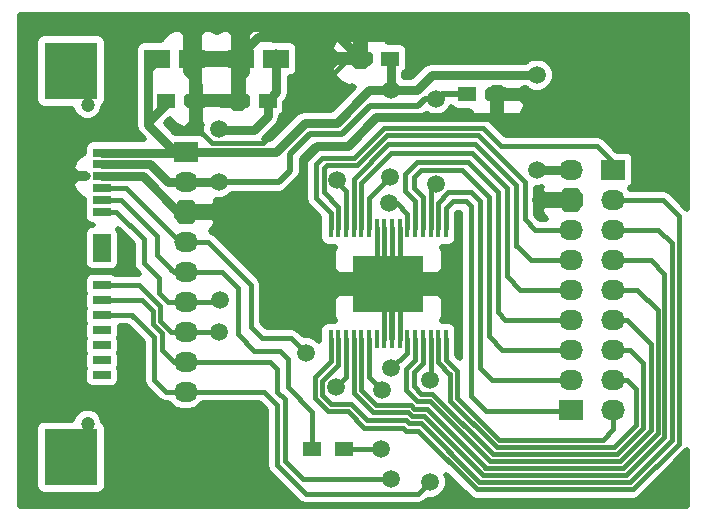
<source format=gbr>
G04 #@! TF.FileFunction,Copper,L1,Top,Signal*
%FSLAX46Y46*%
G04 Gerber Fmt 4.6, Leading zero omitted, Abs format (unit mm)*
G04 Created by KiCad (PCBNEW 4.0.6-e0-6349~53~ubuntu14.04.1) date Fri Oct 20 08:59:59 2017*
%MOMM*%
%LPD*%
G01*
G04 APERTURE LIST*
%ADD10C,0.100000*%
%ADD11R,0.431800X1.600200*%
%ADD12R,5.892800X4.800600*%
%ADD13R,2.200000X1.600000*%
%ADD14R,1.500000X1.250000*%
%ADD15R,1.500000X2.400000*%
%ADD16R,1.500000X0.700000*%
%ADD17C,1.200000*%
%ADD18R,4.500000X4.850000*%
%ADD19R,2.032000X1.727200*%
%ADD20O,2.032000X1.727200*%
%ADD21R,1.500000X1.300000*%
%ADD22C,1.500000*%
%ADD23C,0.381000*%
%ADD24C,0.762000*%
%ADD25C,0.508000*%
%ADD26C,0.635000*%
%ADD27C,0.250000*%
%ADD28C,0.500000*%
G04 APERTURE END LIST*
D10*
D11*
X128320800Y-97282000D03*
X127660400Y-97282000D03*
X127025400Y-97282000D03*
X126365000Y-97282000D03*
X125730000Y-97282000D03*
X125069600Y-97282000D03*
X124409200Y-97282000D03*
X123774200Y-97282000D03*
X123113800Y-97282000D03*
X122478800Y-97282000D03*
X121818400Y-97282000D03*
X121158000Y-97282000D03*
X120523000Y-97282000D03*
X119862600Y-97282000D03*
X119227600Y-97282000D03*
X118567200Y-97282000D03*
X118567200Y-106680000D03*
X119227600Y-106680000D03*
X119862600Y-106680000D03*
X120523000Y-106680000D03*
X121158000Y-106680000D03*
X121818400Y-106680000D03*
X122478800Y-106680000D03*
X123113800Y-106680000D03*
X123774200Y-106680000D03*
X124409200Y-106680000D03*
X125069600Y-106680000D03*
X125730000Y-106680000D03*
X126365000Y-106680000D03*
X127025400Y-106680000D03*
X127660400Y-106680000D03*
X128320800Y-106680000D03*
D12*
X123444000Y-101981000D03*
D13*
X106865000Y-82925000D03*
X103865000Y-82925000D03*
D14*
X104670000Y-86450000D03*
X107170000Y-86450000D03*
D13*
X110977000Y-82925000D03*
X113977000Y-82925000D03*
D14*
X113230000Y-86500000D03*
X110730000Y-86500000D03*
X130150000Y-85920000D03*
X132650000Y-85920000D03*
D15*
X99187000Y-98933000D03*
D16*
X99187000Y-108423000D03*
X99187000Y-107153000D03*
X99187000Y-109693000D03*
X99187000Y-105883000D03*
X99187000Y-104613000D03*
X99187000Y-103343000D03*
X99187000Y-102073000D03*
X99187000Y-95863000D03*
X99187000Y-94863000D03*
X99187000Y-93863000D03*
X99187000Y-92863000D03*
X99187000Y-91863000D03*
X99187000Y-90863000D03*
D17*
X97987000Y-113813000D03*
X97987000Y-86813000D03*
D18*
X96587000Y-116663000D03*
X96587000Y-83963000D03*
D19*
X138938000Y-112649000D03*
D20*
X138938000Y-110109000D03*
X138938000Y-107569000D03*
X138938000Y-105029000D03*
X138938000Y-102489000D03*
X138938000Y-99949000D03*
X138938000Y-97409000D03*
X138938000Y-94869000D03*
X138938000Y-92329000D03*
D19*
X142494000Y-92329000D03*
D20*
X142494000Y-94869000D03*
X142494000Y-97409000D03*
X142494000Y-99949000D03*
X142494000Y-102489000D03*
X142494000Y-105029000D03*
X142494000Y-107569000D03*
X142494000Y-110109000D03*
X142494000Y-112649000D03*
D21*
X119714000Y-115951000D03*
X117014000Y-115951000D03*
D14*
X123630000Y-82900000D03*
X121130000Y-82900000D03*
D19*
X106299000Y-90805000D03*
D20*
X106299000Y-93345000D03*
X106299000Y-95885000D03*
X106299000Y-98425000D03*
X106299000Y-100965000D03*
X106299000Y-103505000D03*
X106299000Y-106045000D03*
X106299000Y-108585000D03*
X106299000Y-111125000D03*
D22*
X136440000Y-87780000D03*
X136400000Y-94870000D03*
X136070000Y-84290000D03*
X123660000Y-85550000D03*
X123530000Y-95140000D03*
X136017000Y-92329000D03*
X109110000Y-88880000D03*
X109110000Y-93345000D03*
X127460000Y-86310000D03*
X127450000Y-93540000D03*
X127000000Y-118745000D03*
X127000000Y-110109000D03*
X123698000Y-109093000D03*
X123698000Y-118491000D03*
X109220000Y-103378000D03*
X123571000Y-92964000D03*
X116459000Y-107823000D03*
X118999000Y-110744000D03*
X122936000Y-110998000D03*
X122809000Y-115951000D03*
X119126000Y-93218000D03*
X109093000Y-106045000D03*
D23*
X121130000Y-82900000D02*
X120000000Y-82900000D01*
X107170000Y-88670000D02*
X107170000Y-86450000D01*
X108533498Y-90033498D02*
X107170000Y-88670000D01*
X112866502Y-90033498D02*
X108533498Y-90033498D01*
X120000000Y-82900000D02*
X112866502Y-90033498D01*
X121130000Y-82900000D02*
X121120000Y-82900000D01*
D24*
X121120000Y-82900000D02*
X119250000Y-81030000D01*
X110977000Y-82925000D02*
X110977000Y-82483000D01*
X110977000Y-82483000D02*
X112430000Y-81030000D01*
X136610000Y-87780000D02*
X137880000Y-86510000D01*
X137880000Y-86510000D02*
X137880000Y-83730000D01*
X137880000Y-83730000D02*
X136850000Y-82700000D01*
X136850000Y-82700000D02*
X127710000Y-82700000D01*
X127710000Y-82700000D02*
X126040000Y-81030000D01*
X136440000Y-87780000D02*
X136610000Y-87780000D01*
X112430000Y-81030000D02*
X119250000Y-81030000D01*
X119250000Y-81030000D02*
X126040000Y-81030000D01*
X107170000Y-86450000D02*
X107170000Y-83230000D01*
X107170000Y-83230000D02*
X106865000Y-82925000D01*
X110977000Y-82925000D02*
X110977000Y-86253000D01*
X110977000Y-86253000D02*
X110730000Y-86500000D01*
X107170000Y-86450000D02*
X110680000Y-86450000D01*
X110680000Y-86450000D02*
X110730000Y-86500000D01*
D25*
X132650000Y-85920000D02*
X134580000Y-85920000D01*
X134580000Y-85920000D02*
X136440000Y-87780000D01*
D24*
X126490000Y-87820000D02*
X136400000Y-87820000D01*
X115400000Y-95600000D02*
X116210000Y-94790000D01*
X116210000Y-94790000D02*
X116210000Y-91470000D01*
X116210000Y-91470000D02*
X117420000Y-90260000D01*
X117420000Y-90260000D02*
X120010000Y-90260000D01*
X120010000Y-90260000D02*
X122450000Y-87820000D01*
X122450000Y-87820000D02*
X126490000Y-87820000D01*
X115400000Y-95885000D02*
X115400000Y-95600000D01*
X136400000Y-87820000D02*
X136440000Y-87780000D01*
X138938000Y-94869000D02*
X136401000Y-94869000D01*
X136401000Y-94869000D02*
X136400000Y-94870000D01*
X106299000Y-95885000D02*
X115400000Y-95885000D01*
X115400000Y-95885000D02*
X115443000Y-95885000D01*
X99187000Y-92863000D02*
X102642000Y-92863000D01*
X102642000Y-92863000D02*
X105664000Y-95885000D01*
X105664000Y-95885000D02*
X106299000Y-95885000D01*
X110977000Y-82925000D02*
X110977000Y-82647000D01*
X106865000Y-82925000D02*
X110977000Y-82925000D01*
D26*
X115443000Y-95885000D02*
X117294002Y-97736002D01*
X118745000Y-101981000D02*
X123444000Y-101981000D01*
X117294002Y-100530002D02*
X118745000Y-101981000D01*
X117294002Y-97736002D02*
X117294002Y-100530002D01*
X115316000Y-95885000D02*
X115443000Y-95885000D01*
D23*
X123113800Y-106680000D02*
X123113800Y-102311200D01*
X123113800Y-102311200D02*
X123444000Y-101981000D01*
X124409200Y-106680000D02*
X124409200Y-102946200D01*
X124409200Y-102946200D02*
X123444000Y-101981000D01*
D25*
X123774200Y-106680000D02*
X123774200Y-102311200D01*
X123774200Y-102311200D02*
X123444000Y-101981000D01*
D23*
X124409200Y-97282000D02*
X124409200Y-101015800D01*
X124409200Y-101015800D02*
X123444000Y-101981000D01*
X123774200Y-97282000D02*
X123774200Y-101650800D01*
X123774200Y-101650800D02*
X123444000Y-101981000D01*
X123113800Y-97282000D02*
X123113800Y-101650800D01*
X123113800Y-101650800D02*
X123444000Y-101981000D01*
X122478800Y-97282000D02*
X122478800Y-101015800D01*
X122478800Y-101015800D02*
X123444000Y-101981000D01*
D24*
X122936000Y-101473000D02*
X123444000Y-101981000D01*
D23*
X122936000Y-101473000D02*
X123444000Y-101981000D01*
D24*
X104670000Y-86450000D02*
X104670000Y-86720000D01*
X104670000Y-86720000D02*
X103130000Y-88260000D01*
X103865000Y-82925000D02*
X103865000Y-83055000D01*
X103865000Y-83055000D02*
X103130000Y-83790000D01*
X103130000Y-83790000D02*
X103130000Y-88260000D01*
X103130000Y-88260000D02*
X103130000Y-88490000D01*
X103130000Y-88490000D02*
X105503000Y-90863000D01*
X105503000Y-90863000D02*
X106299000Y-90805000D01*
X123660000Y-85550000D02*
X123660000Y-82930000D01*
X123660000Y-82930000D02*
X123630000Y-82900000D01*
X123660000Y-85550000D02*
X125870000Y-85550000D01*
X127130000Y-84290000D02*
X136070000Y-84290000D01*
X125870000Y-85550000D02*
X127130000Y-84290000D01*
X121510000Y-85920000D02*
X121510000Y-85890000D01*
X113935000Y-90805000D02*
X116390000Y-88350000D01*
X116390000Y-88350000D02*
X119080000Y-88350000D01*
X119080000Y-88350000D02*
X121510000Y-85920000D01*
X106299000Y-90805000D02*
X113935000Y-90805000D01*
X121850000Y-85550000D02*
X123660000Y-85550000D01*
X121510000Y-85890000D02*
X121850000Y-85550000D01*
X123660000Y-85550000D02*
X123660000Y-85500000D01*
D23*
X125069600Y-97282000D02*
X125069600Y-96029600D01*
X123550000Y-95160000D02*
X123530000Y-95140000D01*
X124200000Y-95160000D02*
X123550000Y-95160000D01*
X125069600Y-96029600D02*
X124200000Y-95160000D01*
D24*
X99187000Y-90863000D02*
X106241000Y-90863000D01*
X106241000Y-90863000D02*
X106299000Y-90805000D01*
X138938000Y-92329000D02*
X136017000Y-92329000D01*
D26*
X106241000Y-90863000D02*
X106299000Y-90805000D01*
D24*
X113230000Y-86500000D02*
X113230000Y-87790000D01*
X113230000Y-87790000D02*
X112110000Y-88910000D01*
X113977000Y-82925000D02*
X113977000Y-85753000D01*
X113977000Y-85753000D02*
X113230000Y-86500000D01*
X113977000Y-82925000D02*
X114085000Y-82925000D01*
X112110000Y-88910000D02*
X109140000Y-88910000D01*
X109140000Y-88910000D02*
X109110000Y-88880000D01*
D25*
X127460000Y-86310000D02*
X126570000Y-86310000D01*
X114165000Y-93345000D02*
X115110000Y-92400000D01*
X115110000Y-92400000D02*
X115110000Y-91010000D01*
X115110000Y-91010000D02*
X116820000Y-89300000D01*
X116820000Y-89300000D02*
X119530000Y-89300000D01*
X119530000Y-89300000D02*
X121910000Y-86920000D01*
X114165000Y-93345000D02*
X110871000Y-93345000D01*
X125960000Y-86920000D02*
X121910000Y-86920000D01*
X126570000Y-86310000D02*
X125960000Y-86920000D01*
X127460000Y-86310000D02*
X127590000Y-86310000D01*
X127590000Y-86310000D02*
X127980000Y-85920000D01*
X127980000Y-85920000D02*
X130150000Y-85920000D01*
D23*
X127025400Y-93964600D02*
X127025400Y-97282000D01*
X127025400Y-93964600D02*
X127450000Y-93540000D01*
D24*
X99187000Y-91863000D02*
X103293000Y-91863000D01*
X104775000Y-93345000D02*
X106299000Y-93345000D01*
X103293000Y-91863000D02*
X104775000Y-93345000D01*
D25*
X113977000Y-82925000D02*
X113977000Y-82314000D01*
X113977000Y-82314000D02*
X114461000Y-82798000D01*
D24*
X106299000Y-93345000D02*
X109110000Y-93345000D01*
D25*
X109110000Y-93345000D02*
X110871000Y-93345000D01*
D23*
X111633000Y-111125000D02*
X112903000Y-111125000D01*
X114046000Y-113411000D02*
X114046000Y-117348000D01*
X114046000Y-117348000D02*
X116459000Y-119761000D01*
X116459000Y-119761000D02*
X125984000Y-119761000D01*
X125984000Y-119761000D02*
X127000000Y-118745000D01*
X114046000Y-112268000D02*
X114046000Y-113411000D01*
X112903000Y-111125000D02*
X114046000Y-112268000D01*
X99187000Y-104613000D02*
X101745998Y-104613000D01*
X101745998Y-104613000D02*
X101854000Y-104721002D01*
X101854000Y-104721002D02*
X101854000Y-104775000D01*
X101854000Y-104775000D02*
X101854000Y-104721002D01*
X104648000Y-111125000D02*
X106299000Y-111125000D01*
X103632000Y-110109000D02*
X104648000Y-111125000D01*
X103632000Y-106499002D02*
X103632000Y-110109000D01*
X101745998Y-104613000D02*
X101854000Y-104721002D01*
X101854000Y-104721002D02*
X103632000Y-106499002D01*
X106299000Y-111125000D02*
X111633000Y-111125000D01*
X111633000Y-111125000D02*
X111760000Y-111125000D01*
X127025400Y-106680000D02*
X127025400Y-110083600D01*
X127025400Y-110083600D02*
X127000000Y-110109000D01*
D27*
X127025400Y-110083600D02*
X127000000Y-110109000D01*
D23*
X114681000Y-113157000D02*
X114681000Y-111760000D01*
X125069600Y-107848400D02*
X123698000Y-109093000D01*
X125069600Y-106680000D02*
X125069600Y-107848400D01*
X116205000Y-118491000D02*
X123698000Y-118491000D01*
X114681000Y-116967000D02*
X116205000Y-118491000D01*
X114681000Y-113157000D02*
X114681000Y-116967000D01*
X113411000Y-108585000D02*
X106299000Y-108585000D01*
X114046000Y-109220000D02*
X113411000Y-108585000D01*
X114046000Y-111125000D02*
X114046000Y-109220000D01*
X114681000Y-111760000D02*
X114046000Y-111125000D01*
X99187000Y-103343000D02*
X102581000Y-103343000D01*
X102581000Y-103343000D02*
X103505000Y-104267000D01*
X103505000Y-104267000D02*
X103505000Y-105410000D01*
X103505000Y-105410000D02*
X104267000Y-106172000D01*
X104267000Y-106172000D02*
X104267000Y-107569000D01*
X104267000Y-107569000D02*
X105283000Y-108585000D01*
X105283000Y-108585000D02*
X106299000Y-108585000D01*
X99187000Y-95863000D02*
X100435000Y-95863000D01*
X104775000Y-103505000D02*
X106299000Y-103505000D01*
X104013000Y-102743000D02*
X104775000Y-103505000D01*
X104013000Y-101473000D02*
X104013000Y-102743000D01*
X102743000Y-100203000D02*
X104013000Y-101473000D01*
X102743000Y-98171000D02*
X102743000Y-100203000D01*
X100435000Y-95863000D02*
X102743000Y-98171000D01*
X106299000Y-103505000D02*
X109220000Y-103505000D01*
X109220000Y-103505000D02*
X109220000Y-103378000D01*
X121818400Y-97282000D02*
X121818400Y-94716600D01*
X121818400Y-94716600D02*
X123571000Y-92964000D01*
X106299000Y-100965000D02*
X109375000Y-100965000D01*
X117014000Y-112823000D02*
X114935000Y-110744000D01*
X117014000Y-112823000D02*
X117014000Y-115951000D01*
X114935000Y-108305000D02*
X114935000Y-110744000D01*
X114250000Y-107620000D02*
X114935000Y-108305000D01*
X112090000Y-107620000D02*
X114250000Y-107620000D01*
X110700000Y-106230000D02*
X112090000Y-107620000D01*
X110700000Y-102290000D02*
X110700000Y-106230000D01*
X109375000Y-100965000D02*
X110700000Y-102290000D01*
X106299000Y-100965000D02*
X105283000Y-100965000D01*
X105283000Y-100965000D02*
X105156000Y-100838000D01*
X105029000Y-100838000D02*
X105029000Y-100711000D01*
X105156000Y-100838000D02*
X105029000Y-100838000D01*
X99187000Y-94863000D02*
X100832000Y-94863000D01*
X103886000Y-99568000D02*
X105029000Y-100711000D01*
X105029000Y-100711000D02*
X105283000Y-100965000D01*
X103886000Y-97917000D02*
X103886000Y-99568000D01*
X100832000Y-94863000D02*
X103886000Y-97917000D01*
X106299000Y-98425000D02*
X108205000Y-98425000D01*
X115176000Y-106540000D02*
X116459000Y-107823000D01*
X112770000Y-106540000D02*
X115176000Y-106540000D01*
X111840000Y-105610000D02*
X112770000Y-106540000D01*
X111840000Y-102060000D02*
X111840000Y-105610000D01*
X108205000Y-98425000D02*
X111840000Y-102060000D01*
X99187000Y-93863000D02*
X101229000Y-93863000D01*
X101229000Y-93863000D02*
X105791000Y-98425000D01*
D26*
X105791000Y-98425000D02*
X106299000Y-98425000D01*
D23*
X119862600Y-106680000D02*
X119862600Y-109880400D01*
X119862600Y-109880400D02*
X118999000Y-110744000D01*
X116459000Y-107823000D02*
X116586000Y-107696000D01*
X121818400Y-109880400D02*
X122936000Y-110998000D01*
X121818400Y-106680000D02*
X121818400Y-109880400D01*
X122809000Y-115951000D02*
X119714000Y-115951000D01*
X130429000Y-111506000D02*
X131699000Y-112776000D01*
X128320800Y-95580200D02*
X128905000Y-94996000D01*
X128905000Y-94996000D02*
X130048000Y-94996000D01*
X130048000Y-94996000D02*
X130429000Y-95377000D01*
X130429000Y-95377000D02*
X130429000Y-111506000D01*
X128320800Y-97282000D02*
X128320800Y-95580200D01*
X131699000Y-112776000D02*
X138811000Y-112776000D01*
X138811000Y-112776000D02*
X138938000Y-112649000D01*
X131191000Y-108966000D02*
X131191000Y-109093000D01*
X131191000Y-109093000D02*
X132207000Y-110109000D01*
X132207000Y-110109000D02*
X138938000Y-110109000D01*
X127660400Y-97282000D02*
X127660400Y-95097600D01*
X130429000Y-94234000D02*
X131191000Y-94996000D01*
X131191000Y-94996000D02*
X131191000Y-108966000D01*
X130429000Y-94234000D02*
X128524000Y-94234000D01*
X127660400Y-95097600D02*
X128524000Y-94234000D01*
X131953000Y-105791000D02*
X131953000Y-106426000D01*
X126365000Y-94615000D02*
X125603000Y-93853000D01*
X125603000Y-93853000D02*
X125603000Y-92964000D01*
X125603000Y-92964000D02*
X126238000Y-92329000D01*
X126238000Y-92329000D02*
X129667000Y-92329000D01*
X129667000Y-92329000D02*
X130810000Y-93472000D01*
X130810000Y-93472000D02*
X131953000Y-94615000D01*
X131953000Y-94615000D02*
X131953000Y-105791000D01*
X126365000Y-97282000D02*
X126365000Y-94615000D01*
X133096000Y-107569000D02*
X138938000Y-107569000D01*
X131953000Y-106426000D02*
X133096000Y-107569000D01*
X132715000Y-104013000D02*
X132715000Y-104394000D01*
X131699000Y-93218000D02*
X132715000Y-94234000D01*
X132715000Y-94234000D02*
X132715000Y-104013000D01*
X133350000Y-105029000D02*
X138938000Y-105029000D01*
X132715000Y-104394000D02*
X133350000Y-105029000D01*
X125730000Y-97282000D02*
X125730000Y-94996000D01*
X130175000Y-91694000D02*
X131699000Y-93218000D01*
X125857000Y-91694000D02*
X130175000Y-91694000D01*
X124841000Y-92710000D02*
X125857000Y-91694000D01*
X124841000Y-94107000D02*
X124841000Y-92710000D01*
X125730000Y-94996000D02*
X124841000Y-94107000D01*
X131191000Y-92710000D02*
X131699000Y-93218000D01*
X133477000Y-101219000D02*
X133477000Y-101346000D01*
X133477000Y-93853000D02*
X133477000Y-101219000D01*
X131699000Y-92075000D02*
X133477000Y-93853000D01*
X131826000Y-92202000D02*
X131699000Y-92075000D01*
X134620000Y-102489000D02*
X138938000Y-102489000D01*
X133477000Y-101346000D02*
X134620000Y-102489000D01*
X131826000Y-92202000D02*
X130556000Y-90932000D01*
X130556000Y-90932000D02*
X126238000Y-90932000D01*
X126238000Y-90932000D02*
X125603000Y-90932000D01*
X131572000Y-91948000D02*
X131826000Y-92202000D01*
X123698000Y-90932000D02*
X126238000Y-90932000D01*
X121158000Y-93472000D02*
X123698000Y-90932000D01*
X121158000Y-97282000D02*
X121158000Y-93472000D01*
X134239000Y-98806000D02*
X134366000Y-98806000D01*
X135509000Y-99949000D02*
X138938000Y-99949000D01*
X134366000Y-98806000D02*
X135509000Y-99949000D01*
X132207000Y-91567000D02*
X130810000Y-90170000D01*
X130810000Y-90170000D02*
X125984000Y-90170000D01*
X125984000Y-90170000D02*
X125543340Y-90170000D01*
X131826000Y-91186000D02*
X132207000Y-91567000D01*
X132207000Y-91567000D02*
X134239000Y-93599000D01*
X134239000Y-93599000D02*
X134239000Y-98806000D01*
X134239000Y-98806000D02*
X134239000Y-98679000D01*
X123444000Y-90170000D02*
X125984000Y-90170000D01*
X120523000Y-93091000D02*
X123444000Y-90170000D01*
X120523000Y-97282000D02*
X120523000Y-93091000D01*
X138938000Y-97409000D02*
X135890000Y-97409000D01*
X135001000Y-96520000D02*
X135001000Y-93345000D01*
X134874000Y-93218000D02*
X131064000Y-89408000D01*
X131064000Y-89408000D02*
X125476000Y-89408000D01*
X135001000Y-93345000D02*
X134874000Y-93218000D01*
X135890000Y-97409000D02*
X135001000Y-96520000D01*
X119227600Y-97282000D02*
X119227600Y-95478600D01*
X123317000Y-89408000D02*
X125476000Y-89408000D01*
X120777000Y-91948000D02*
X123317000Y-89408000D01*
X118237000Y-91948000D02*
X120777000Y-91948000D01*
X117983000Y-92202000D02*
X118237000Y-91948000D01*
X117983000Y-94234000D02*
X117983000Y-92202000D01*
X119227600Y-95478600D02*
X117983000Y-94234000D01*
X125476000Y-89408000D02*
X125222000Y-89408000D01*
X133028660Y-90297000D02*
X141097000Y-90297000D01*
X118567200Y-95961200D02*
X117348000Y-94742000D01*
X117348000Y-94742000D02*
X117348000Y-91821000D01*
X117348000Y-91821000D02*
X117856000Y-91313000D01*
X117856000Y-91313000D02*
X120523000Y-91313000D01*
X120523000Y-91313000D02*
X123063000Y-88773000D01*
X123063000Y-88773000D02*
X124968000Y-88773000D01*
X131504660Y-88773000D02*
X133028660Y-90297000D01*
X124968000Y-88773000D02*
X131504660Y-88773000D01*
X118567200Y-97282000D02*
X118567200Y-95961200D01*
X141097000Y-90297000D02*
X142494000Y-91694000D01*
X142494000Y-91694000D02*
X142494000Y-92329000D01*
X131180000Y-119380000D02*
X130956998Y-119380000D01*
X121412000Y-114173000D02*
X124660002Y-114173000D01*
X124660002Y-114173000D02*
X124914002Y-114427000D01*
X118567200Y-108508800D02*
X118567200Y-106680000D01*
X118364000Y-112776000D02*
X120015000Y-112776000D01*
X117221000Y-111633000D02*
X118364000Y-112776000D01*
X117221000Y-109855000D02*
X117221000Y-111633000D01*
X118567200Y-108508800D02*
X117221000Y-109855000D01*
X120015000Y-112776000D02*
X121412000Y-114173000D01*
X126003998Y-114427000D02*
X124914002Y-114427000D01*
X130956998Y-119380000D02*
X126003998Y-114427000D01*
X146685000Y-94869000D02*
X142494000Y-94869000D01*
X148028002Y-96212002D02*
X146685000Y-94869000D01*
X148028002Y-115496998D02*
X148028002Y-96212002D01*
X144145000Y-119380000D02*
X148028002Y-115496998D01*
X131004340Y-119380000D02*
X131180000Y-119380000D01*
X131180000Y-119380000D02*
X144145000Y-119380000D01*
X131191000Y-118745000D02*
X131155000Y-118745000D01*
X124975680Y-113538000D02*
X125229680Y-113792000D01*
X131191000Y-118745000D02*
X143891000Y-118745000D01*
X143891000Y-118745000D02*
X147447000Y-115189000D01*
X147447000Y-115189000D02*
X147447000Y-98552000D01*
X147447000Y-98552000D02*
X146304000Y-97409000D01*
X142494000Y-97409000D02*
X146304000Y-97409000D01*
X124975680Y-113538000D02*
X124460000Y-113538000D01*
X126202000Y-113792000D02*
X125229680Y-113792000D01*
X131155000Y-118745000D02*
X126202000Y-113792000D01*
X117856000Y-110236000D02*
X119227600Y-108864400D01*
X119227600Y-106680000D02*
X119227600Y-108864400D01*
X118618000Y-112141000D02*
X117856000Y-111379000D01*
X117856000Y-111379000D02*
X117856000Y-110236000D01*
X121666000Y-113538000D02*
X124460000Y-113538000D01*
X124460000Y-113538000D02*
X124587000Y-113538000D01*
X120269000Y-112141000D02*
X121666000Y-113538000D01*
X120269000Y-112141000D02*
X118618000Y-112141000D01*
X125422002Y-113162662D02*
X126445682Y-113162662D01*
X120523000Y-111184660D02*
X122187342Y-112849002D01*
X122187342Y-112849002D02*
X125108342Y-112849002D01*
X125108342Y-112849002D02*
X125422002Y-113162662D01*
X120523000Y-106680000D02*
X120523000Y-111184660D01*
X126445682Y-113162662D02*
X131431028Y-118148008D01*
X131431028Y-118148008D02*
X131431028Y-118163998D01*
X131431028Y-118163998D02*
X131431028Y-118148008D01*
X145669000Y-99949000D02*
X142494000Y-99949000D01*
X146831004Y-101111004D02*
X145669000Y-99949000D01*
X146831004Y-114915996D02*
X146831004Y-101111004D01*
X143598992Y-118148008D02*
X146831004Y-114915996D01*
X131431028Y-118148008D02*
X131431028Y-118148008D01*
X131431028Y-118148008D02*
X143598992Y-118148008D01*
X126686340Y-112581660D02*
X126751660Y-112581660D01*
X125349000Y-112268000D02*
X125662660Y-112581660D01*
X125662660Y-112581660D02*
X126686340Y-112581660D01*
X121158000Y-106680000D02*
X121158000Y-110998000D01*
X121158000Y-110998000D02*
X122428000Y-112268000D01*
X122428000Y-112268000D02*
X125222000Y-112268000D01*
X125222000Y-112268000D02*
X125349000Y-112268000D01*
X126751660Y-112581660D02*
X131737006Y-117567006D01*
X144526000Y-102489000D02*
X142494000Y-102489000D01*
X146250002Y-104213002D02*
X144526000Y-102489000D01*
X146250002Y-114600318D02*
X146250002Y-104213002D01*
X143283314Y-117567006D02*
X146250002Y-114600318D01*
X131671686Y-117567006D02*
X131737006Y-117567006D01*
X131737006Y-117567006D02*
X143283314Y-117567006D01*
X126813340Y-111887000D02*
X126947000Y-111887000D01*
X124968000Y-109220000D02*
X124968000Y-110998000D01*
X124968000Y-110998000D02*
X125857000Y-111887000D01*
X125857000Y-111887000D02*
X126813340Y-111887000D01*
X125730000Y-106680000D02*
X125730000Y-108458000D01*
X125730000Y-108458000D02*
X124968000Y-109220000D01*
X126947000Y-111887000D02*
X132046004Y-116986004D01*
X143637000Y-105029000D02*
X142494000Y-105029000D01*
X145669000Y-107061000D02*
X143637000Y-105029000D01*
X145669000Y-114359660D02*
X145669000Y-107061000D01*
X143042656Y-116986004D02*
X145669000Y-114359660D01*
X132046004Y-116986004D02*
X143042656Y-116986004D01*
X125603000Y-110617000D02*
X125603000Y-110633000D01*
X126365000Y-106680000D02*
X126365000Y-108712000D01*
X125603000Y-109474000D02*
X125603000Y-110617000D01*
X126365000Y-108712000D02*
X125603000Y-109474000D01*
X127190000Y-111290000D02*
X132305002Y-116405002D01*
X126260000Y-111290000D02*
X127190000Y-111290000D01*
X125603000Y-110633000D02*
X126260000Y-111290000D01*
X143891000Y-107569000D02*
X142494000Y-107569000D01*
X145034000Y-108712000D02*
X143891000Y-107569000D01*
X145034000Y-114173000D02*
X145034000Y-108712000D01*
X142801998Y-116405002D02*
X145034000Y-114173000D01*
X132305002Y-116405002D02*
X142801998Y-116405002D01*
X144399000Y-113880000D02*
X144399000Y-113945000D01*
X128704998Y-109601000D02*
X128704998Y-109654998D01*
X128704998Y-111914998D02*
X128704998Y-109601000D01*
X132614000Y-115824000D02*
X128704998Y-111914998D01*
X142520000Y-115824000D02*
X132614000Y-115824000D01*
X144399000Y-113945000D02*
X142520000Y-115824000D01*
X127660400Y-108610400D02*
X128704998Y-109654998D01*
X127660400Y-106680000D02*
X127660400Y-108610400D01*
X128704998Y-109654998D02*
X128651000Y-109601000D01*
X143637000Y-110109000D02*
X142494000Y-110109000D01*
X144399000Y-110871000D02*
X143637000Y-110109000D01*
X144399000Y-113919000D02*
X144399000Y-113880000D01*
X144399000Y-113880000D02*
X144399000Y-110871000D01*
X140970000Y-115189000D02*
X141605000Y-115189000D01*
X142494000Y-114300000D02*
X142494000Y-112649000D01*
X141605000Y-115189000D02*
X142494000Y-114300000D01*
X128320800Y-106680000D02*
X128320800Y-108381800D01*
X132842000Y-115189000D02*
X140970000Y-115189000D01*
X140970000Y-115189000D02*
X141097000Y-115189000D01*
X129286000Y-111633000D02*
X132842000Y-115189000D01*
X129286000Y-109347000D02*
X129286000Y-111633000D01*
X128320800Y-108381800D02*
X129286000Y-109347000D01*
X99187000Y-102073000D02*
X102327000Y-102073000D01*
X102327000Y-102073000D02*
X102362000Y-102108000D01*
X105029000Y-106045000D02*
X106299000Y-106045000D01*
X104140000Y-105156000D02*
X105029000Y-106045000D01*
X104140000Y-103886000D02*
X104140000Y-105156000D01*
X102327000Y-102073000D02*
X102616000Y-102362000D01*
X102616000Y-102362000D02*
X104140000Y-103886000D01*
X106299000Y-106045000D02*
X109093000Y-106045000D01*
X119862600Y-94081600D02*
X119126000Y-93345000D01*
X119126000Y-93345000D02*
X119126000Y-93218000D01*
X119862600Y-94081600D02*
X119862600Y-97282000D01*
D28*
G36*
X148750000Y-95632221D02*
X148693036Y-95546968D01*
X147350034Y-94203966D01*
X147044914Y-94000091D01*
X146685000Y-93928500D01*
X143955947Y-93928500D01*
X143894446Y-93836457D01*
X144043198Y-93740738D01*
X144214446Y-93490108D01*
X144274693Y-93192600D01*
X144274693Y-91465400D01*
X144222396Y-91187467D01*
X144058138Y-90932202D01*
X143807508Y-90760954D01*
X143510000Y-90700707D01*
X142830775Y-90700707D01*
X141762034Y-89631966D01*
X141456914Y-89428091D01*
X141097000Y-89356500D01*
X133418228Y-89356500D01*
X132169694Y-88107966D01*
X132082677Y-88049823D01*
X132275000Y-87857500D01*
X132275000Y-86232500D01*
X133025000Y-86232500D01*
X133025000Y-87857500D01*
X133462500Y-88295000D01*
X133748097Y-88295000D01*
X134391296Y-88028578D01*
X134883579Y-87536295D01*
X135150000Y-86893096D01*
X135150000Y-86670000D01*
X134712500Y-86232500D01*
X133025000Y-86232500D01*
X132275000Y-86232500D01*
X131900000Y-86232500D01*
X131900000Y-85607500D01*
X132275000Y-85607500D01*
X132275000Y-85421000D01*
X133025000Y-85421000D01*
X133025000Y-85607500D01*
X134712500Y-85607500D01*
X134899000Y-85421000D01*
X135079556Y-85421000D01*
X135219209Y-85560897D01*
X135770323Y-85789739D01*
X136367059Y-85790260D01*
X136918572Y-85562380D01*
X137340897Y-85140791D01*
X137569739Y-84589677D01*
X137570260Y-83992941D01*
X137342380Y-83441428D01*
X136920791Y-83019103D01*
X136369677Y-82790261D01*
X135772941Y-82789740D01*
X135221428Y-83017620D01*
X135079801Y-83159000D01*
X127130000Y-83159000D01*
X126697185Y-83245092D01*
X126330262Y-83490262D01*
X125401524Y-84419000D01*
X124791000Y-84419000D01*
X124791000Y-84151770D01*
X124913198Y-84073138D01*
X125084446Y-83822508D01*
X125144693Y-83525000D01*
X125144693Y-82275000D01*
X125092396Y-81997067D01*
X124928138Y-81741802D01*
X124677508Y-81570554D01*
X124380000Y-81510307D01*
X123457440Y-81510307D01*
X123363579Y-81283705D01*
X122871296Y-80791422D01*
X122228097Y-80525000D01*
X121942500Y-80525000D01*
X121505000Y-80962500D01*
X121505000Y-82587500D01*
X121880000Y-82587500D01*
X121880000Y-83212500D01*
X121505000Y-83212500D01*
X121505000Y-83525000D01*
X120755000Y-83525000D01*
X120755000Y-83212500D01*
X119067500Y-83212500D01*
X118630000Y-83650000D01*
X118630000Y-83873096D01*
X118896421Y-84516295D01*
X119388704Y-85008578D01*
X120031903Y-85275000D01*
X120317500Y-85275000D01*
X120379998Y-85212502D01*
X120379998Y-85275000D01*
X120555524Y-85275000D01*
X118611524Y-87219000D01*
X116390000Y-87219000D01*
X115957185Y-87305092D01*
X115590262Y-87550262D01*
X113466524Y-89674000D01*
X112945476Y-89674000D01*
X114029738Y-88589738D01*
X114274908Y-88222815D01*
X114361000Y-87790000D01*
X114361000Y-87771074D01*
X114513198Y-87673138D01*
X114684446Y-87422508D01*
X114744693Y-87125000D01*
X114744693Y-86584782D01*
X114776735Y-86552740D01*
X114776738Y-86552738D01*
X115021908Y-86185815D01*
X115108001Y-85753000D01*
X115108000Y-85752995D01*
X115108000Y-84483860D01*
X115354933Y-84437396D01*
X115610198Y-84273138D01*
X115781446Y-84022508D01*
X115841693Y-83725000D01*
X115841693Y-82125000D01*
X115804419Y-81926904D01*
X118630000Y-81926904D01*
X118630000Y-82150000D01*
X119067500Y-82587500D01*
X120755000Y-82587500D01*
X120755000Y-80962500D01*
X120317500Y-80525000D01*
X120031903Y-80525000D01*
X119388704Y-80791422D01*
X118896421Y-81283705D01*
X118630000Y-81926904D01*
X115804419Y-81926904D01*
X115789396Y-81847067D01*
X115625138Y-81591802D01*
X115374508Y-81420554D01*
X115077000Y-81360307D01*
X114229910Y-81360307D01*
X113977000Y-81310000D01*
X113724090Y-81360307D01*
X113654440Y-81360307D01*
X113560579Y-81133705D01*
X113068296Y-80641422D01*
X112425097Y-80375000D01*
X111964500Y-80375000D01*
X111527000Y-80812500D01*
X111527000Y-82525000D01*
X111747000Y-82525000D01*
X111747000Y-83325000D01*
X111527000Y-83325000D01*
X111527000Y-84140500D01*
X111105000Y-84562500D01*
X111105000Y-86187500D01*
X111480000Y-86187500D01*
X111480000Y-86812500D01*
X111105000Y-86812500D01*
X111105000Y-87125000D01*
X110355000Y-87125000D01*
X110355000Y-86812500D01*
X109282500Y-86812500D01*
X109232500Y-86762500D01*
X107545000Y-86762500D01*
X107545000Y-88387500D01*
X107647688Y-88490188D01*
X107610261Y-88580323D01*
X107609740Y-89177059D01*
X107643135Y-89257880D01*
X107612508Y-89236954D01*
X107315000Y-89176707D01*
X105416183Y-89176707D01*
X104614476Y-88375000D01*
X104932543Y-88056933D01*
X104936421Y-88066295D01*
X105428704Y-88558578D01*
X106071903Y-88825000D01*
X106357500Y-88825000D01*
X106795000Y-88387500D01*
X106795000Y-86762500D01*
X106420000Y-86762500D01*
X106420000Y-86137500D01*
X106795000Y-86137500D01*
X106795000Y-84512500D01*
X106357500Y-84075000D01*
X106315000Y-84075000D01*
X106315000Y-83325000D01*
X107415000Y-83325000D01*
X107415000Y-85037500D01*
X107545000Y-85167500D01*
X107545000Y-86137500D01*
X108617500Y-86137500D01*
X108667500Y-86187500D01*
X110355000Y-86187500D01*
X110355000Y-85109500D01*
X110427000Y-85037500D01*
X110427000Y-83325000D01*
X107415000Y-83325000D01*
X106315000Y-83325000D01*
X106095000Y-83325000D01*
X106095000Y-82525000D01*
X106315000Y-82525000D01*
X106315000Y-80812500D01*
X107415000Y-80812500D01*
X107415000Y-82525000D01*
X110427000Y-82525000D01*
X110427000Y-80812500D01*
X109989500Y-80375000D01*
X109528903Y-80375000D01*
X108921000Y-80626802D01*
X108313097Y-80375000D01*
X107852500Y-80375000D01*
X107415000Y-80812500D01*
X106315000Y-80812500D01*
X105877500Y-80375000D01*
X105416903Y-80375000D01*
X104773704Y-80641422D01*
X104281421Y-81133705D01*
X104187560Y-81360307D01*
X102765000Y-81360307D01*
X102487067Y-81412604D01*
X102231802Y-81576862D01*
X102060554Y-81827492D01*
X102000307Y-82125000D01*
X102000307Y-83725000D01*
X102005957Y-83755026D01*
X101999000Y-83790000D01*
X101999000Y-88490000D01*
X102085092Y-88922815D01*
X102330262Y-89289738D01*
X102772524Y-89732000D01*
X99187000Y-89732000D01*
X99105019Y-89748307D01*
X98437000Y-89748307D01*
X98159067Y-89800604D01*
X97903802Y-89964862D01*
X97732554Y-90215492D01*
X97672307Y-90513000D01*
X97672307Y-90935560D01*
X97445705Y-91029421D01*
X96953422Y-91521704D01*
X96687000Y-92164903D01*
X96687000Y-92250500D01*
X97124500Y-92688000D01*
X97851413Y-92688000D01*
X97888862Y-92746198D01*
X98060920Y-92863760D01*
X97903802Y-92964862D01*
X97853829Y-93038000D01*
X97124500Y-93038000D01*
X96687000Y-93475500D01*
X96687000Y-93561097D01*
X96953422Y-94204296D01*
X97445705Y-94696579D01*
X97672307Y-94790440D01*
X97672307Y-95213000D01*
X97701568Y-95368506D01*
X97672307Y-95513000D01*
X97672307Y-96213000D01*
X97724604Y-96490933D01*
X97888862Y-96746198D01*
X98139492Y-96917446D01*
X98412975Y-96972828D01*
X98159067Y-97020604D01*
X97903802Y-97184862D01*
X97732554Y-97435492D01*
X97672307Y-97733000D01*
X97672307Y-100133000D01*
X97724604Y-100410933D01*
X97888862Y-100666198D01*
X98139492Y-100837446D01*
X98437000Y-100897693D01*
X99937000Y-100897693D01*
X100214933Y-100845396D01*
X100470198Y-100681138D01*
X100641446Y-100430508D01*
X100701693Y-100133000D01*
X100701693Y-97733000D01*
X100649396Y-97455067D01*
X100563478Y-97321546D01*
X101802500Y-98560568D01*
X101802500Y-100203000D01*
X101874091Y-100562914D01*
X102077966Y-100868034D01*
X102346264Y-101136332D01*
X102327000Y-101132500D01*
X100401274Y-101132500D01*
X100234508Y-101018554D01*
X99937000Y-100958307D01*
X98437000Y-100958307D01*
X98159067Y-101010604D01*
X97903802Y-101174862D01*
X97732554Y-101425492D01*
X97672307Y-101723000D01*
X97672307Y-102423000D01*
X97724604Y-102700933D01*
X97729813Y-102709028D01*
X97672307Y-102993000D01*
X97672307Y-103693000D01*
X97724604Y-103970933D01*
X97729813Y-103979028D01*
X97672307Y-104263000D01*
X97672307Y-104963000D01*
X97724604Y-105240933D01*
X97729813Y-105249028D01*
X97672307Y-105533000D01*
X97672307Y-106233000D01*
X97724604Y-106510933D01*
X97729813Y-106519028D01*
X97672307Y-106803000D01*
X97672307Y-107503000D01*
X97724604Y-107780933D01*
X97729813Y-107789028D01*
X97672307Y-108073000D01*
X97672307Y-108773000D01*
X97724604Y-109050933D01*
X97729813Y-109059028D01*
X97672307Y-109343000D01*
X97672307Y-110043000D01*
X97724604Y-110320933D01*
X97888862Y-110576198D01*
X98139492Y-110747446D01*
X98437000Y-110807693D01*
X99937000Y-110807693D01*
X100214933Y-110755396D01*
X100470198Y-110591138D01*
X100641446Y-110340508D01*
X100701693Y-110043000D01*
X100701693Y-109343000D01*
X100649396Y-109065067D01*
X100644187Y-109056972D01*
X100701693Y-108773000D01*
X100701693Y-108073000D01*
X100649396Y-107795067D01*
X100644187Y-107786972D01*
X100701693Y-107503000D01*
X100701693Y-106803000D01*
X100649396Y-106525067D01*
X100644187Y-106516972D01*
X100701693Y-106233000D01*
X100701693Y-105553500D01*
X101356430Y-105553500D01*
X102691500Y-106888570D01*
X102691500Y-110109000D01*
X102763091Y-110468914D01*
X102966966Y-110774034D01*
X103982966Y-111790034D01*
X104288086Y-111993909D01*
X104648000Y-112065500D01*
X104837053Y-112065500D01*
X104971014Y-112265988D01*
X105494504Y-112615772D01*
X106112002Y-112738600D01*
X106485998Y-112738600D01*
X107103496Y-112615772D01*
X107626986Y-112265988D01*
X107760947Y-112065500D01*
X112513432Y-112065500D01*
X113105500Y-112657568D01*
X113105500Y-117348000D01*
X113177091Y-117707914D01*
X113380966Y-118013034D01*
X115793966Y-120426034D01*
X116099086Y-120629909D01*
X116459000Y-120701500D01*
X125984000Y-120701500D01*
X126343914Y-120629909D01*
X126649034Y-120426034D01*
X126830216Y-120244852D01*
X127297059Y-120245260D01*
X127848572Y-120017380D01*
X128270897Y-119595791D01*
X128499739Y-119044677D01*
X128500260Y-118447941D01*
X128363228Y-118116298D01*
X130291964Y-120045034D01*
X130597084Y-120248909D01*
X130956998Y-120320500D01*
X144145000Y-120320500D01*
X144504914Y-120248909D01*
X144810034Y-120045034D01*
X148693036Y-116162032D01*
X148750000Y-116076779D01*
X148750000Y-120750000D01*
X92250000Y-120750000D01*
X92250000Y-114238000D01*
X93572307Y-114238000D01*
X93572307Y-119088000D01*
X93624604Y-119365933D01*
X93788862Y-119621198D01*
X94039492Y-119792446D01*
X94337000Y-119852693D01*
X98837000Y-119852693D01*
X99114933Y-119800396D01*
X99370198Y-119636138D01*
X99541446Y-119385508D01*
X99601693Y-119088000D01*
X99601693Y-114238000D01*
X99549396Y-113960067D01*
X99385138Y-113704802D01*
X99337124Y-113671995D01*
X99337234Y-113545647D01*
X99132142Y-113049285D01*
X98752712Y-112669193D01*
X98256710Y-112463235D01*
X97719647Y-112462766D01*
X97223285Y-112667858D01*
X96843193Y-113047288D01*
X96666294Y-113473307D01*
X94337000Y-113473307D01*
X94059067Y-113525604D01*
X93803802Y-113689862D01*
X93632554Y-113940492D01*
X93572307Y-114238000D01*
X92250000Y-114238000D01*
X92250000Y-81538000D01*
X93572307Y-81538000D01*
X93572307Y-86388000D01*
X93624604Y-86665933D01*
X93788862Y-86921198D01*
X94039492Y-87092446D01*
X94337000Y-87152693D01*
X96666656Y-87152693D01*
X96841858Y-87576715D01*
X97221288Y-87956807D01*
X97717290Y-88162765D01*
X98254353Y-88163234D01*
X98750715Y-87958142D01*
X99130807Y-87578712D01*
X99336765Y-87082710D01*
X99336874Y-86957581D01*
X99370198Y-86936138D01*
X99541446Y-86685508D01*
X99601693Y-86388000D01*
X99601693Y-81538000D01*
X99549396Y-81260067D01*
X99385138Y-81004802D01*
X99134508Y-80833554D01*
X98837000Y-80773307D01*
X94337000Y-80773307D01*
X94059067Y-80825604D01*
X93803802Y-80989862D01*
X93632554Y-81240492D01*
X93572307Y-81538000D01*
X92250000Y-81538000D01*
X92250000Y-79250000D01*
X148750000Y-79250000D01*
X148750000Y-95632221D01*
X148750000Y-95632221D01*
G37*
X148750000Y-95632221D02*
X148693036Y-95546968D01*
X147350034Y-94203966D01*
X147044914Y-94000091D01*
X146685000Y-93928500D01*
X143955947Y-93928500D01*
X143894446Y-93836457D01*
X144043198Y-93740738D01*
X144214446Y-93490108D01*
X144274693Y-93192600D01*
X144274693Y-91465400D01*
X144222396Y-91187467D01*
X144058138Y-90932202D01*
X143807508Y-90760954D01*
X143510000Y-90700707D01*
X142830775Y-90700707D01*
X141762034Y-89631966D01*
X141456914Y-89428091D01*
X141097000Y-89356500D01*
X133418228Y-89356500D01*
X132169694Y-88107966D01*
X132082677Y-88049823D01*
X132275000Y-87857500D01*
X132275000Y-86232500D01*
X133025000Y-86232500D01*
X133025000Y-87857500D01*
X133462500Y-88295000D01*
X133748097Y-88295000D01*
X134391296Y-88028578D01*
X134883579Y-87536295D01*
X135150000Y-86893096D01*
X135150000Y-86670000D01*
X134712500Y-86232500D01*
X133025000Y-86232500D01*
X132275000Y-86232500D01*
X131900000Y-86232500D01*
X131900000Y-85607500D01*
X132275000Y-85607500D01*
X132275000Y-85421000D01*
X133025000Y-85421000D01*
X133025000Y-85607500D01*
X134712500Y-85607500D01*
X134899000Y-85421000D01*
X135079556Y-85421000D01*
X135219209Y-85560897D01*
X135770323Y-85789739D01*
X136367059Y-85790260D01*
X136918572Y-85562380D01*
X137340897Y-85140791D01*
X137569739Y-84589677D01*
X137570260Y-83992941D01*
X137342380Y-83441428D01*
X136920791Y-83019103D01*
X136369677Y-82790261D01*
X135772941Y-82789740D01*
X135221428Y-83017620D01*
X135079801Y-83159000D01*
X127130000Y-83159000D01*
X126697185Y-83245092D01*
X126330262Y-83490262D01*
X125401524Y-84419000D01*
X124791000Y-84419000D01*
X124791000Y-84151770D01*
X124913198Y-84073138D01*
X125084446Y-83822508D01*
X125144693Y-83525000D01*
X125144693Y-82275000D01*
X125092396Y-81997067D01*
X124928138Y-81741802D01*
X124677508Y-81570554D01*
X124380000Y-81510307D01*
X123457440Y-81510307D01*
X123363579Y-81283705D01*
X122871296Y-80791422D01*
X122228097Y-80525000D01*
X121942500Y-80525000D01*
X121505000Y-80962500D01*
X121505000Y-82587500D01*
X121880000Y-82587500D01*
X121880000Y-83212500D01*
X121505000Y-83212500D01*
X121505000Y-83525000D01*
X120755000Y-83525000D01*
X120755000Y-83212500D01*
X119067500Y-83212500D01*
X118630000Y-83650000D01*
X118630000Y-83873096D01*
X118896421Y-84516295D01*
X119388704Y-85008578D01*
X120031903Y-85275000D01*
X120317500Y-85275000D01*
X120379998Y-85212502D01*
X120379998Y-85275000D01*
X120555524Y-85275000D01*
X118611524Y-87219000D01*
X116390000Y-87219000D01*
X115957185Y-87305092D01*
X115590262Y-87550262D01*
X113466524Y-89674000D01*
X112945476Y-89674000D01*
X114029738Y-88589738D01*
X114274908Y-88222815D01*
X114361000Y-87790000D01*
X114361000Y-87771074D01*
X114513198Y-87673138D01*
X114684446Y-87422508D01*
X114744693Y-87125000D01*
X114744693Y-86584782D01*
X114776735Y-86552740D01*
X114776738Y-86552738D01*
X115021908Y-86185815D01*
X115108001Y-85753000D01*
X115108000Y-85752995D01*
X115108000Y-84483860D01*
X115354933Y-84437396D01*
X115610198Y-84273138D01*
X115781446Y-84022508D01*
X115841693Y-83725000D01*
X115841693Y-82125000D01*
X115804419Y-81926904D01*
X118630000Y-81926904D01*
X118630000Y-82150000D01*
X119067500Y-82587500D01*
X120755000Y-82587500D01*
X120755000Y-80962500D01*
X120317500Y-80525000D01*
X120031903Y-80525000D01*
X119388704Y-80791422D01*
X118896421Y-81283705D01*
X118630000Y-81926904D01*
X115804419Y-81926904D01*
X115789396Y-81847067D01*
X115625138Y-81591802D01*
X115374508Y-81420554D01*
X115077000Y-81360307D01*
X114229910Y-81360307D01*
X113977000Y-81310000D01*
X113724090Y-81360307D01*
X113654440Y-81360307D01*
X113560579Y-81133705D01*
X113068296Y-80641422D01*
X112425097Y-80375000D01*
X111964500Y-80375000D01*
X111527000Y-80812500D01*
X111527000Y-82525000D01*
X111747000Y-82525000D01*
X111747000Y-83325000D01*
X111527000Y-83325000D01*
X111527000Y-84140500D01*
X111105000Y-84562500D01*
X111105000Y-86187500D01*
X111480000Y-86187500D01*
X111480000Y-86812500D01*
X111105000Y-86812500D01*
X111105000Y-87125000D01*
X110355000Y-87125000D01*
X110355000Y-86812500D01*
X109282500Y-86812500D01*
X109232500Y-86762500D01*
X107545000Y-86762500D01*
X107545000Y-88387500D01*
X107647688Y-88490188D01*
X107610261Y-88580323D01*
X107609740Y-89177059D01*
X107643135Y-89257880D01*
X107612508Y-89236954D01*
X107315000Y-89176707D01*
X105416183Y-89176707D01*
X104614476Y-88375000D01*
X104932543Y-88056933D01*
X104936421Y-88066295D01*
X105428704Y-88558578D01*
X106071903Y-88825000D01*
X106357500Y-88825000D01*
X106795000Y-88387500D01*
X106795000Y-86762500D01*
X106420000Y-86762500D01*
X106420000Y-86137500D01*
X106795000Y-86137500D01*
X106795000Y-84512500D01*
X106357500Y-84075000D01*
X106315000Y-84075000D01*
X106315000Y-83325000D01*
X107415000Y-83325000D01*
X107415000Y-85037500D01*
X107545000Y-85167500D01*
X107545000Y-86137500D01*
X108617500Y-86137500D01*
X108667500Y-86187500D01*
X110355000Y-86187500D01*
X110355000Y-85109500D01*
X110427000Y-85037500D01*
X110427000Y-83325000D01*
X107415000Y-83325000D01*
X106315000Y-83325000D01*
X106095000Y-83325000D01*
X106095000Y-82525000D01*
X106315000Y-82525000D01*
X106315000Y-80812500D01*
X107415000Y-80812500D01*
X107415000Y-82525000D01*
X110427000Y-82525000D01*
X110427000Y-80812500D01*
X109989500Y-80375000D01*
X109528903Y-80375000D01*
X108921000Y-80626802D01*
X108313097Y-80375000D01*
X107852500Y-80375000D01*
X107415000Y-80812500D01*
X106315000Y-80812500D01*
X105877500Y-80375000D01*
X105416903Y-80375000D01*
X104773704Y-80641422D01*
X104281421Y-81133705D01*
X104187560Y-81360307D01*
X102765000Y-81360307D01*
X102487067Y-81412604D01*
X102231802Y-81576862D01*
X102060554Y-81827492D01*
X102000307Y-82125000D01*
X102000307Y-83725000D01*
X102005957Y-83755026D01*
X101999000Y-83790000D01*
X101999000Y-88490000D01*
X102085092Y-88922815D01*
X102330262Y-89289738D01*
X102772524Y-89732000D01*
X99187000Y-89732000D01*
X99105019Y-89748307D01*
X98437000Y-89748307D01*
X98159067Y-89800604D01*
X97903802Y-89964862D01*
X97732554Y-90215492D01*
X97672307Y-90513000D01*
X97672307Y-90935560D01*
X97445705Y-91029421D01*
X96953422Y-91521704D01*
X96687000Y-92164903D01*
X96687000Y-92250500D01*
X97124500Y-92688000D01*
X97851413Y-92688000D01*
X97888862Y-92746198D01*
X98060920Y-92863760D01*
X97903802Y-92964862D01*
X97853829Y-93038000D01*
X97124500Y-93038000D01*
X96687000Y-93475500D01*
X96687000Y-93561097D01*
X96953422Y-94204296D01*
X97445705Y-94696579D01*
X97672307Y-94790440D01*
X97672307Y-95213000D01*
X97701568Y-95368506D01*
X97672307Y-95513000D01*
X97672307Y-96213000D01*
X97724604Y-96490933D01*
X97888862Y-96746198D01*
X98139492Y-96917446D01*
X98412975Y-96972828D01*
X98159067Y-97020604D01*
X97903802Y-97184862D01*
X97732554Y-97435492D01*
X97672307Y-97733000D01*
X97672307Y-100133000D01*
X97724604Y-100410933D01*
X97888862Y-100666198D01*
X98139492Y-100837446D01*
X98437000Y-100897693D01*
X99937000Y-100897693D01*
X100214933Y-100845396D01*
X100470198Y-100681138D01*
X100641446Y-100430508D01*
X100701693Y-100133000D01*
X100701693Y-97733000D01*
X100649396Y-97455067D01*
X100563478Y-97321546D01*
X101802500Y-98560568D01*
X101802500Y-100203000D01*
X101874091Y-100562914D01*
X102077966Y-100868034D01*
X102346264Y-101136332D01*
X102327000Y-101132500D01*
X100401274Y-101132500D01*
X100234508Y-101018554D01*
X99937000Y-100958307D01*
X98437000Y-100958307D01*
X98159067Y-101010604D01*
X97903802Y-101174862D01*
X97732554Y-101425492D01*
X97672307Y-101723000D01*
X97672307Y-102423000D01*
X97724604Y-102700933D01*
X97729813Y-102709028D01*
X97672307Y-102993000D01*
X97672307Y-103693000D01*
X97724604Y-103970933D01*
X97729813Y-103979028D01*
X97672307Y-104263000D01*
X97672307Y-104963000D01*
X97724604Y-105240933D01*
X97729813Y-105249028D01*
X97672307Y-105533000D01*
X97672307Y-106233000D01*
X97724604Y-106510933D01*
X97729813Y-106519028D01*
X97672307Y-106803000D01*
X97672307Y-107503000D01*
X97724604Y-107780933D01*
X97729813Y-107789028D01*
X97672307Y-108073000D01*
X97672307Y-108773000D01*
X97724604Y-109050933D01*
X97729813Y-109059028D01*
X97672307Y-109343000D01*
X97672307Y-110043000D01*
X97724604Y-110320933D01*
X97888862Y-110576198D01*
X98139492Y-110747446D01*
X98437000Y-110807693D01*
X99937000Y-110807693D01*
X100214933Y-110755396D01*
X100470198Y-110591138D01*
X100641446Y-110340508D01*
X100701693Y-110043000D01*
X100701693Y-109343000D01*
X100649396Y-109065067D01*
X100644187Y-109056972D01*
X100701693Y-108773000D01*
X100701693Y-108073000D01*
X100649396Y-107795067D01*
X100644187Y-107786972D01*
X100701693Y-107503000D01*
X100701693Y-106803000D01*
X100649396Y-106525067D01*
X100644187Y-106516972D01*
X100701693Y-106233000D01*
X100701693Y-105553500D01*
X101356430Y-105553500D01*
X102691500Y-106888570D01*
X102691500Y-110109000D01*
X102763091Y-110468914D01*
X102966966Y-110774034D01*
X103982966Y-111790034D01*
X104288086Y-111993909D01*
X104648000Y-112065500D01*
X104837053Y-112065500D01*
X104971014Y-112265988D01*
X105494504Y-112615772D01*
X106112002Y-112738600D01*
X106485998Y-112738600D01*
X107103496Y-112615772D01*
X107626986Y-112265988D01*
X107760947Y-112065500D01*
X112513432Y-112065500D01*
X113105500Y-112657568D01*
X113105500Y-117348000D01*
X113177091Y-117707914D01*
X113380966Y-118013034D01*
X115793966Y-120426034D01*
X116099086Y-120629909D01*
X116459000Y-120701500D01*
X125984000Y-120701500D01*
X126343914Y-120629909D01*
X126649034Y-120426034D01*
X126830216Y-120244852D01*
X127297059Y-120245260D01*
X127848572Y-120017380D01*
X128270897Y-119595791D01*
X128499739Y-119044677D01*
X128500260Y-118447941D01*
X128363228Y-118116298D01*
X130291964Y-120045034D01*
X130597084Y-120248909D01*
X130956998Y-120320500D01*
X144145000Y-120320500D01*
X144504914Y-120248909D01*
X144810034Y-120045034D01*
X148693036Y-116162032D01*
X148750000Y-116076779D01*
X148750000Y-120750000D01*
X92250000Y-120750000D01*
X92250000Y-114238000D01*
X93572307Y-114238000D01*
X93572307Y-119088000D01*
X93624604Y-119365933D01*
X93788862Y-119621198D01*
X94039492Y-119792446D01*
X94337000Y-119852693D01*
X98837000Y-119852693D01*
X99114933Y-119800396D01*
X99370198Y-119636138D01*
X99541446Y-119385508D01*
X99601693Y-119088000D01*
X99601693Y-114238000D01*
X99549396Y-113960067D01*
X99385138Y-113704802D01*
X99337124Y-113671995D01*
X99337234Y-113545647D01*
X99132142Y-113049285D01*
X98752712Y-112669193D01*
X98256710Y-112463235D01*
X97719647Y-112462766D01*
X97223285Y-112667858D01*
X96843193Y-113047288D01*
X96666294Y-113473307D01*
X94337000Y-113473307D01*
X94059067Y-113525604D01*
X93803802Y-113689862D01*
X93632554Y-113940492D01*
X93572307Y-114238000D01*
X92250000Y-114238000D01*
X92250000Y-81538000D01*
X93572307Y-81538000D01*
X93572307Y-86388000D01*
X93624604Y-86665933D01*
X93788862Y-86921198D01*
X94039492Y-87092446D01*
X94337000Y-87152693D01*
X96666656Y-87152693D01*
X96841858Y-87576715D01*
X97221288Y-87956807D01*
X97717290Y-88162765D01*
X98254353Y-88163234D01*
X98750715Y-87958142D01*
X99130807Y-87578712D01*
X99336765Y-87082710D01*
X99336874Y-86957581D01*
X99370198Y-86936138D01*
X99541446Y-86685508D01*
X99601693Y-86388000D01*
X99601693Y-81538000D01*
X99549396Y-81260067D01*
X99385138Y-81004802D01*
X99134508Y-80833554D01*
X98837000Y-80773307D01*
X94337000Y-80773307D01*
X94059067Y-80825604D01*
X93803802Y-80989862D01*
X93632554Y-81240492D01*
X93572307Y-81538000D01*
X92250000Y-81538000D01*
X92250000Y-79250000D01*
X148750000Y-79250000D01*
X148750000Y-95632221D01*
G36*
X122397966Y-88107966D02*
X120133432Y-90372500D01*
X117856000Y-90372500D01*
X117496086Y-90444091D01*
X117190966Y-90647966D01*
X116682966Y-91155966D01*
X116479091Y-91461086D01*
X116407500Y-91821000D01*
X116407500Y-94742000D01*
X116479091Y-95101914D01*
X116682966Y-95407034D01*
X117615442Y-96339510D01*
X117586607Y-96481900D01*
X117586607Y-98082100D01*
X117638904Y-98360033D01*
X117803162Y-98615298D01*
X118053792Y-98786546D01*
X118351300Y-98846793D01*
X118783100Y-98846793D01*
X118901596Y-98824496D01*
X118915479Y-98827308D01*
X118747600Y-99232603D01*
X118747600Y-100793500D01*
X119185100Y-101231000D01*
X122694000Y-101231000D01*
X122694000Y-101211000D01*
X124194000Y-101211000D01*
X124194000Y-101231000D01*
X127702900Y-101231000D01*
X128140400Y-100793500D01*
X128140400Y-99232603D01*
X127973051Y-98828588D01*
X127994796Y-98824496D01*
X128104900Y-98846793D01*
X128536700Y-98846793D01*
X128814633Y-98794496D01*
X129069898Y-98630238D01*
X129241146Y-98379608D01*
X129301393Y-98082100D01*
X129301393Y-96481900D01*
X129261300Y-96268825D01*
X129261300Y-95969768D01*
X129294568Y-95936500D01*
X129488500Y-95936500D01*
X129488500Y-108219432D01*
X129261300Y-107992232D01*
X129261300Y-107678085D01*
X129301393Y-107480100D01*
X129301393Y-105879900D01*
X129249096Y-105601967D01*
X129084838Y-105346702D01*
X128834208Y-105175454D01*
X128536700Y-105115207D01*
X128104900Y-105115207D01*
X127986404Y-105137504D01*
X127972521Y-105134692D01*
X128140400Y-104729397D01*
X128140400Y-103168500D01*
X127702900Y-102731000D01*
X124194000Y-102731000D01*
X124194000Y-102751000D01*
X122694000Y-102751000D01*
X122694000Y-102731000D01*
X119185100Y-102731000D01*
X118747600Y-103168500D01*
X118747600Y-104729397D01*
X118914949Y-105133412D01*
X118893204Y-105137504D01*
X118783100Y-105115207D01*
X118351300Y-105115207D01*
X118073367Y-105167504D01*
X117818102Y-105331762D01*
X117646854Y-105582392D01*
X117586607Y-105879900D01*
X117586607Y-106829402D01*
X117309791Y-106552103D01*
X116758677Y-106323261D01*
X116288919Y-106322851D01*
X115841034Y-105874966D01*
X115535914Y-105671091D01*
X115176000Y-105599500D01*
X113159568Y-105599500D01*
X112780500Y-105220432D01*
X112780500Y-102060000D01*
X112708909Y-101700086D01*
X112505034Y-101394966D01*
X108870034Y-97759966D01*
X108564914Y-97556091D01*
X108408439Y-97524966D01*
X108746729Y-97113109D01*
X108929800Y-96714722D01*
X108584229Y-96316800D01*
X106807000Y-96316800D01*
X106807000Y-96655000D01*
X105791000Y-96655000D01*
X105791000Y-96316800D01*
X105529000Y-96316800D01*
X105529000Y-95453200D01*
X105791000Y-95453200D01*
X105791000Y-95115000D01*
X106807000Y-95115000D01*
X106807000Y-95453200D01*
X108584229Y-95453200D01*
X108929800Y-95055278D01*
X108833060Y-94844759D01*
X109407059Y-94845260D01*
X109958572Y-94617380D01*
X110227421Y-94349000D01*
X114165000Y-94349000D01*
X114549214Y-94272575D01*
X114874935Y-94054935D01*
X115819935Y-93109935D01*
X116037575Y-92784214D01*
X116114000Y-92400000D01*
X116114000Y-91425870D01*
X117235870Y-90304000D01*
X119530000Y-90304000D01*
X119914214Y-90227575D01*
X120239935Y-90009935D01*
X122325870Y-87924000D01*
X122673290Y-87924000D01*
X122397966Y-88107966D01*
X122397966Y-88107966D01*
G37*
X122397966Y-88107966D02*
X120133432Y-90372500D01*
X117856000Y-90372500D01*
X117496086Y-90444091D01*
X117190966Y-90647966D01*
X116682966Y-91155966D01*
X116479091Y-91461086D01*
X116407500Y-91821000D01*
X116407500Y-94742000D01*
X116479091Y-95101914D01*
X116682966Y-95407034D01*
X117615442Y-96339510D01*
X117586607Y-96481900D01*
X117586607Y-98082100D01*
X117638904Y-98360033D01*
X117803162Y-98615298D01*
X118053792Y-98786546D01*
X118351300Y-98846793D01*
X118783100Y-98846793D01*
X118901596Y-98824496D01*
X118915479Y-98827308D01*
X118747600Y-99232603D01*
X118747600Y-100793500D01*
X119185100Y-101231000D01*
X122694000Y-101231000D01*
X122694000Y-101211000D01*
X124194000Y-101211000D01*
X124194000Y-101231000D01*
X127702900Y-101231000D01*
X128140400Y-100793500D01*
X128140400Y-99232603D01*
X127973051Y-98828588D01*
X127994796Y-98824496D01*
X128104900Y-98846793D01*
X128536700Y-98846793D01*
X128814633Y-98794496D01*
X129069898Y-98630238D01*
X129241146Y-98379608D01*
X129301393Y-98082100D01*
X129301393Y-96481900D01*
X129261300Y-96268825D01*
X129261300Y-95969768D01*
X129294568Y-95936500D01*
X129488500Y-95936500D01*
X129488500Y-108219432D01*
X129261300Y-107992232D01*
X129261300Y-107678085D01*
X129301393Y-107480100D01*
X129301393Y-105879900D01*
X129249096Y-105601967D01*
X129084838Y-105346702D01*
X128834208Y-105175454D01*
X128536700Y-105115207D01*
X128104900Y-105115207D01*
X127986404Y-105137504D01*
X127972521Y-105134692D01*
X128140400Y-104729397D01*
X128140400Y-103168500D01*
X127702900Y-102731000D01*
X124194000Y-102731000D01*
X124194000Y-102751000D01*
X122694000Y-102751000D01*
X122694000Y-102731000D01*
X119185100Y-102731000D01*
X118747600Y-103168500D01*
X118747600Y-104729397D01*
X118914949Y-105133412D01*
X118893204Y-105137504D01*
X118783100Y-105115207D01*
X118351300Y-105115207D01*
X118073367Y-105167504D01*
X117818102Y-105331762D01*
X117646854Y-105582392D01*
X117586607Y-105879900D01*
X117586607Y-106829402D01*
X117309791Y-106552103D01*
X116758677Y-106323261D01*
X116288919Y-106322851D01*
X115841034Y-105874966D01*
X115535914Y-105671091D01*
X115176000Y-105599500D01*
X113159568Y-105599500D01*
X112780500Y-105220432D01*
X112780500Y-102060000D01*
X112708909Y-101700086D01*
X112505034Y-101394966D01*
X108870034Y-97759966D01*
X108564914Y-97556091D01*
X108408439Y-97524966D01*
X108746729Y-97113109D01*
X108929800Y-96714722D01*
X108584229Y-96316800D01*
X106807000Y-96316800D01*
X106807000Y-96655000D01*
X105791000Y-96655000D01*
X105791000Y-96316800D01*
X105529000Y-96316800D01*
X105529000Y-95453200D01*
X105791000Y-95453200D01*
X105791000Y-95115000D01*
X106807000Y-95115000D01*
X106807000Y-95453200D01*
X108584229Y-95453200D01*
X108929800Y-95055278D01*
X108833060Y-94844759D01*
X109407059Y-94845260D01*
X109958572Y-94617380D01*
X110227421Y-94349000D01*
X114165000Y-94349000D01*
X114549214Y-94272575D01*
X114874935Y-94054935D01*
X115819935Y-93109935D01*
X116037575Y-92784214D01*
X116114000Y-92400000D01*
X116114000Y-91425870D01*
X117235870Y-90304000D01*
X119530000Y-90304000D01*
X119914214Y-90227575D01*
X120239935Y-90009935D01*
X122325870Y-87924000D01*
X122673290Y-87924000D01*
X122397966Y-88107966D01*
G36*
X136307200Y-94039278D02*
X136652771Y-94437200D01*
X138430000Y-94437200D01*
X138430000Y-94099000D01*
X139446000Y-94099000D01*
X139446000Y-94437200D01*
X139708000Y-94437200D01*
X139708000Y-95300800D01*
X139446000Y-95300800D01*
X139446000Y-95639000D01*
X138430000Y-95639000D01*
X138430000Y-95300800D01*
X136652771Y-95300800D01*
X136307200Y-95698722D01*
X136490271Y-96097109D01*
X136795323Y-96468500D01*
X136279568Y-96468500D01*
X135941500Y-96130432D01*
X135941500Y-93828935D01*
X136314059Y-93829260D01*
X136424722Y-93783535D01*
X136307200Y-94039278D01*
X136307200Y-94039278D01*
G37*
X136307200Y-94039278D02*
X136652771Y-94437200D01*
X138430000Y-94437200D01*
X138430000Y-94099000D01*
X139446000Y-94099000D01*
X139446000Y-94437200D01*
X139708000Y-94437200D01*
X139708000Y-95300800D01*
X139446000Y-95300800D01*
X139446000Y-95639000D01*
X138430000Y-95639000D01*
X138430000Y-95300800D01*
X136652771Y-95300800D01*
X136307200Y-95698722D01*
X136490271Y-96097109D01*
X136795323Y-96468500D01*
X136279568Y-96468500D01*
X135941500Y-96130432D01*
X135941500Y-93828935D01*
X136314059Y-93829260D01*
X136424722Y-93783535D01*
X136307200Y-94039278D01*
G36*
X128851862Y-87078198D02*
X129102492Y-87249446D01*
X129400000Y-87309693D01*
X130322560Y-87309693D01*
X130416421Y-87536295D01*
X130712626Y-87832500D01*
X126366775Y-87832500D01*
X126669935Y-87629935D01*
X126686768Y-87613102D01*
X127160323Y-87809739D01*
X127757059Y-87810260D01*
X128308572Y-87582380D01*
X128730897Y-87160791D01*
X128799185Y-86996335D01*
X128851862Y-87078198D01*
X128851862Y-87078198D01*
G37*
X128851862Y-87078198D02*
X129102492Y-87249446D01*
X129400000Y-87309693D01*
X130322560Y-87309693D01*
X130416421Y-87536295D01*
X130712626Y-87832500D01*
X126366775Y-87832500D01*
X126669935Y-87629935D01*
X126686768Y-87613102D01*
X127160323Y-87809739D01*
X127757059Y-87810260D01*
X128308572Y-87582380D01*
X128730897Y-87160791D01*
X128799185Y-86996335D01*
X128851862Y-87078198D01*
M02*

</source>
